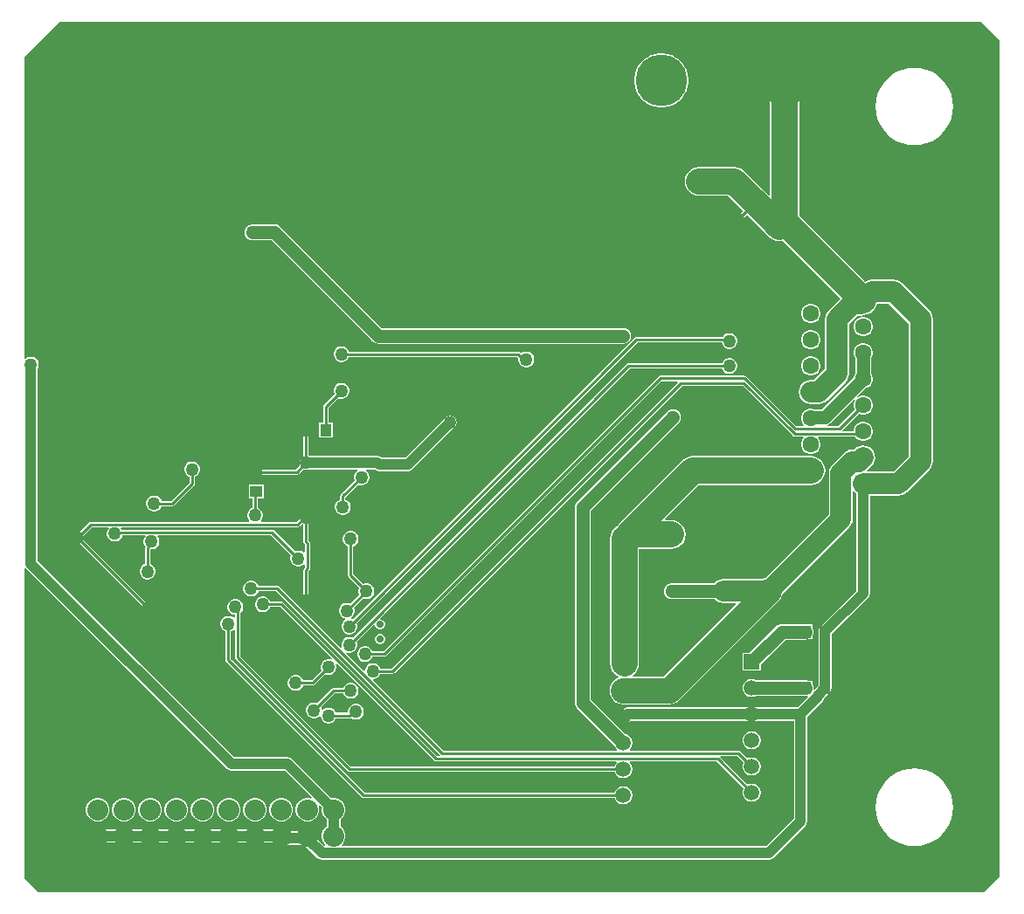
<source format=gbl>
G04*
G04 #@! TF.GenerationSoftware,Altium Limited,Altium Designer,21.8.1 (53)*
G04*
G04 Layer_Physical_Order=2*
G04 Layer_Color=16711680*
%FSLAX25Y25*%
%MOIN*%
G70*
G04*
G04 #@! TF.SameCoordinates,6B1BD33C-14DF-4FC0-A095-B567C4E17EB1*
G04*
G04*
G04 #@! TF.FilePolarity,Positive*
G04*
G01*
G75*
%ADD12C,0.01000*%
%ADD31R,0.04488X0.04724*%
%ADD32R,0.04724X0.04488*%
%ADD40C,0.05000*%
%ADD41C,0.10000*%
%ADD42C,0.04000*%
%ADD44C,0.09500*%
%ADD45C,0.19685*%
%ADD46C,0.06299*%
%ADD47R,0.06299X0.06299*%
%ADD48C,0.08000*%
%ADD49C,0.02756*%
%ADD50R,0.05906X0.05906*%
%ADD51C,0.05906*%
%ADD52C,0.05000*%
%ADD53C,0.08000*%
G36*
X522996Y493504D02*
Y173996D01*
X517020Y168020D01*
X156480D01*
X151020Y173480D01*
Y291812D01*
X151520Y291964D01*
X151698Y291698D01*
X228198Y215198D01*
X229025Y214645D01*
X230000Y214451D01*
X250444D01*
X260665Y204230D01*
X260406Y203782D01*
X259592Y204000D01*
X258408D01*
X257263Y203693D01*
X256237Y203101D01*
X255399Y202263D01*
X254807Y201237D01*
X254500Y200092D01*
Y198908D01*
X254807Y197763D01*
X255399Y196737D01*
X256237Y195899D01*
X257263Y195307D01*
X258408Y195000D01*
X259592D01*
X260737Y195307D01*
X261763Y195899D01*
X262601Y196737D01*
X263193Y197763D01*
X263500Y198908D01*
Y200092D01*
X263282Y200906D01*
X263730Y201165D01*
X264564Y200331D01*
X264500Y200092D01*
Y198908D01*
X264807Y197763D01*
X265399Y196737D01*
X266237Y195899D01*
X266451Y195775D01*
Y193225D01*
X266237Y193101D01*
X265399Y192263D01*
X264807Y191237D01*
X264500Y190092D01*
Y188908D01*
X264807Y187763D01*
X265399Y186737D01*
X265803Y186333D01*
X265633Y185796D01*
X265426Y185761D01*
X260650Y190537D01*
X259823Y191090D01*
X258848Y191284D01*
X250821D01*
X250802Y191302D01*
X249975Y191855D01*
X249000Y192049D01*
X179000D01*
X178024Y191855D01*
X177198Y191302D01*
X176645Y190475D01*
X176451Y189500D01*
X176645Y188524D01*
X177198Y187698D01*
X178024Y187145D01*
X179000Y186951D01*
X247944D01*
X247963Y186932D01*
X248790Y186380D01*
X249765Y186186D01*
X257792D01*
X262780Y181198D01*
X263607Y180645D01*
X264582Y180451D01*
X435000D01*
X435976Y180645D01*
X436802Y181198D01*
X448944Y193339D01*
X449497Y194166D01*
X449691Y195142D01*
Y234944D01*
X455547Y240800D01*
X456099Y241627D01*
X456166Y241963D01*
X458283Y244079D01*
X458835Y244906D01*
X459029Y245882D01*
Y245921D01*
X459049Y246020D01*
X459039Y246069D01*
Y266552D01*
X472802Y280316D01*
X473355Y281143D01*
X473549Y282118D01*
Y319461D01*
X484500D01*
X485675Y319616D01*
X486769Y320069D01*
X487709Y320791D01*
X496209Y329291D01*
X496209Y329291D01*
X496931Y330231D01*
X497384Y331325D01*
X497539Y332500D01*
X497539Y332500D01*
Y387000D01*
X497539Y387000D01*
X497384Y388175D01*
X496931Y389269D01*
X496209Y390210D01*
X496209Y390210D01*
X485852Y400567D01*
X484912Y401289D01*
X483817Y401742D01*
X482642Y401897D01*
X474358D01*
X473183Y401742D01*
X472088Y401289D01*
X471788Y401058D01*
X446548Y426298D01*
Y479503D01*
X446358Y480939D01*
X445804Y482277D01*
X444923Y483426D01*
X443774Y484308D01*
X442436Y484862D01*
X441000Y485051D01*
X439564Y484862D01*
X438226Y484308D01*
X437077Y483426D01*
X436196Y482277D01*
X435642Y480939D01*
X435453Y479503D01*
Y434273D01*
X434991Y434082D01*
X434536Y434536D01*
X425649Y443423D01*
X424501Y444304D01*
X423163Y444858D01*
X421727Y445048D01*
X408500D01*
X407064Y444858D01*
X405726Y444304D01*
X404577Y443423D01*
X403696Y442274D01*
X403142Y440936D01*
X402952Y439500D01*
X403142Y438064D01*
X403696Y436726D01*
X404577Y435577D01*
X405726Y434696D01*
X407064Y434142D01*
X408500Y433953D01*
X419429D01*
X425220Y428162D01*
X422779Y425721D01*
X422558Y425390D01*
X422480Y425000D01*
X422558Y424610D01*
X422779Y424279D01*
X423110Y424058D01*
X423500Y423980D01*
X423890Y424058D01*
X424221Y424279D01*
X426662Y426720D01*
X435191Y418191D01*
X436340Y417309D01*
X437678Y416755D01*
X439113Y416566D01*
X440417Y416738D01*
X462472Y394683D01*
X457791Y390001D01*
X457069Y389061D01*
X456616Y387966D01*
X456461Y386792D01*
Y367880D01*
X452120Y363539D01*
X451000D01*
X449825Y363384D01*
X448731Y362931D01*
X447791Y362209D01*
X447069Y361269D01*
X446616Y360175D01*
X446461Y359000D01*
X446616Y357825D01*
X447069Y356731D01*
X447791Y355791D01*
X448731Y355069D01*
X449825Y354616D01*
X451000Y354461D01*
X454000D01*
X455175Y354616D01*
X456269Y355069D01*
X457209Y355791D01*
X464209Y362790D01*
X464209Y362791D01*
X464931Y363731D01*
X465384Y364825D01*
X465539Y366000D01*
Y384912D01*
X468738Y388111D01*
X470001D01*
X471176Y388265D01*
X471920Y388574D01*
X472436Y388642D01*
X473774Y389196D01*
X474923Y390077D01*
X475804Y391226D01*
X476358Y392564D01*
X476392Y392819D01*
X480762D01*
X488461Y385120D01*
Y334380D01*
X482620Y328539D01*
X472551D01*
X472381Y329039D01*
X472709Y329291D01*
X474209Y330791D01*
X474931Y331731D01*
X475384Y332825D01*
X475539Y334000D01*
X475384Y335175D01*
X474931Y336269D01*
X474209Y337209D01*
X473269Y337931D01*
X472175Y338384D01*
X471000Y338539D01*
X469825Y338384D01*
X468731Y337931D01*
X467791Y337209D01*
X467620Y337039D01*
X466837D01*
X465662Y336884D01*
X464567Y336431D01*
X463627Y335709D01*
X459291Y331373D01*
X458569Y330433D01*
X458116Y329338D01*
X457961Y328163D01*
Y312380D01*
X433706Y288125D01*
X433630Y288115D01*
X432352Y287586D01*
X432291Y287539D01*
X417648D01*
X416473Y287384D01*
X415379Y286931D01*
X414439Y286209D01*
X414298Y286026D01*
X398000D01*
X397803Y286000D01*
X397605D01*
X397413Y285949D01*
X397217Y285923D01*
X397034Y285847D01*
X396842Y285796D01*
X396670Y285696D01*
X396487Y285620D01*
X396330Y285500D01*
X396158Y285401D01*
X396018Y285260D01*
X395860Y285140D01*
X395740Y284982D01*
X395599Y284842D01*
X395500Y284670D01*
X395379Y284513D01*
X395304Y284330D01*
X395204Y284158D01*
X395153Y283966D01*
X395077Y283783D01*
X395051Y283587D01*
X395000Y283395D01*
Y283197D01*
X394974Y283000D01*
X395000Y282803D01*
Y282605D01*
X395051Y282414D01*
X395077Y282217D01*
X395153Y282034D01*
X395204Y281842D01*
X395304Y281670D01*
X395379Y281487D01*
X395500Y281330D01*
X395599Y281158D01*
X395740Y281018D01*
X395860Y280860D01*
X396018Y280740D01*
X396158Y280599D01*
X396330Y280500D01*
X396487Y280380D01*
X396670Y280304D01*
X396842Y280204D01*
X397034Y280153D01*
X397217Y280077D01*
X397413Y280051D01*
X397605Y280000D01*
X397803D01*
X398000Y279974D01*
X414298D01*
X414439Y279791D01*
X415379Y279069D01*
X416473Y278616D01*
X417648Y278461D01*
X422319D01*
X422510Y277999D01*
X394807Y250295D01*
X383087D01*
X382918Y250795D01*
X383875Y251530D01*
X384757Y252679D01*
X385311Y254017D01*
X385500Y255453D01*
Y299049D01*
X397742D01*
X399178Y299238D01*
X400516Y299792D01*
X401665Y300674D01*
X402546Y301822D01*
X403101Y303160D01*
X403290Y304596D01*
X403101Y306032D01*
X402546Y307370D01*
X401665Y308519D01*
X400516Y309400D01*
X399178Y309955D01*
X397742Y310144D01*
X395642D01*
X395451Y310606D01*
X408298Y323452D01*
X451000D01*
X452436Y323642D01*
X453774Y324196D01*
X454923Y325077D01*
X455804Y326226D01*
X456358Y327564D01*
X456547Y329000D01*
X456358Y330436D01*
X455804Y331774D01*
X454923Y332923D01*
X453774Y333804D01*
X452436Y334358D01*
X451000Y334547D01*
X406000D01*
X404564Y334358D01*
X403226Y333804D01*
X402077Y332923D01*
X377674Y308519D01*
X376960Y307589D01*
X376030Y306875D01*
X375149Y305727D01*
X374594Y304388D01*
X374405Y302953D01*
Y255453D01*
X374594Y254017D01*
X375149Y252679D01*
X376030Y251530D01*
X377179Y250648D01*
X377645Y250455D01*
Y249914D01*
X376852Y249586D01*
X375756Y248744D01*
X374914Y247648D01*
X374385Y246371D01*
X374205Y245000D01*
X374385Y243630D01*
X374914Y242352D01*
X375756Y241256D01*
X376852Y240414D01*
X378130Y239885D01*
X379500Y239705D01*
X397000D01*
X398371Y239885D01*
X399648Y240414D01*
X400744Y241256D01*
X438744Y279256D01*
X439586Y280352D01*
X440115Y281629D01*
X440125Y281706D01*
X465709Y307291D01*
X466431Y308231D01*
X466884Y309325D01*
X467039Y310500D01*
Y320949D01*
X467539Y321119D01*
X467791Y320791D01*
X468451Y320284D01*
Y283174D01*
X454698Y269421D01*
X454145Y268594D01*
X453951Y267618D01*
Y267540D01*
X453941Y267490D01*
Y246948D01*
X452460Y245466D01*
X451986Y245700D01*
X452026Y246000D01*
X451923Y246783D01*
X451744Y247215D01*
Y248862D01*
X449929D01*
X449783Y248923D01*
X449000Y249026D01*
X430164D01*
X429833Y249218D01*
X428955Y249453D01*
X428045D01*
X427167Y249218D01*
X426380Y248763D01*
X425737Y248120D01*
X425282Y247333D01*
X425047Y246455D01*
Y245545D01*
X425282Y244667D01*
X425737Y243880D01*
X426380Y243237D01*
X427167Y242782D01*
X428045Y242547D01*
X428955D01*
X429833Y242782D01*
X430164Y242974D01*
X449000D01*
X449783Y243077D01*
X449851Y243021D01*
X449887Y242350D01*
X446086Y238549D01*
X381016D01*
X380040Y238355D01*
X379213Y237802D01*
X378213Y236802D01*
X377661Y235976D01*
X377467Y235000D01*
X377661Y234025D01*
X378213Y233198D01*
X379040Y232645D01*
X380016Y232451D01*
X380991Y232645D01*
X381818Y233198D01*
X382071Y233451D01*
X444593D01*
Y196198D01*
X433944Y185549D01*
X272120D01*
X271913Y186049D01*
X272601Y186737D01*
X273193Y187763D01*
X273500Y188908D01*
Y190092D01*
X273193Y191237D01*
X272601Y192263D01*
X271763Y193101D01*
X271549Y193225D01*
Y195775D01*
X271763Y195899D01*
X272601Y196737D01*
X273193Y197763D01*
X273500Y198908D01*
Y200092D01*
X273193Y201237D01*
X272601Y202263D01*
X271763Y203101D01*
X270737Y203693D01*
X269592Y204000D01*
X268408D01*
X268169Y203936D01*
X253302Y218802D01*
X252476Y219355D01*
X251500Y219549D01*
X231056D01*
X156049Y294556D01*
Y367915D01*
X156296Y368342D01*
X156500Y369105D01*
Y369895D01*
X156296Y370658D01*
X155901Y371342D01*
X155342Y371901D01*
X154658Y372296D01*
X153895Y372500D01*
X153105D01*
X152342Y372296D01*
X151658Y371901D01*
X151520Y371762D01*
X151020Y371969D01*
Y487020D01*
X164496Y500496D01*
X516004D01*
X522996Y493504D01*
D02*
G37*
%LPC*%
G36*
X394814Y488343D02*
X393186D01*
X391578Y488088D01*
X390030Y487585D01*
X388579Y486846D01*
X387262Y485889D01*
X386111Y484738D01*
X385154Y483421D01*
X384415Y481970D01*
X383912Y480422D01*
X383658Y478814D01*
Y477186D01*
X383912Y475578D01*
X384415Y474030D01*
X385154Y472579D01*
X386111Y471262D01*
X387262Y470111D01*
X388579Y469154D01*
X390030Y468415D01*
X391578Y467912D01*
X393186Y467658D01*
X394814D01*
X396422Y467912D01*
X397970Y468415D01*
X399421Y469154D01*
X400738Y470111D01*
X401889Y471262D01*
X402846Y472579D01*
X403585Y474030D01*
X404088Y475578D01*
X404343Y477186D01*
Y478814D01*
X404088Y480422D01*
X403585Y481970D01*
X402846Y483421D01*
X401889Y484738D01*
X400738Y485889D01*
X399421Y486846D01*
X397970Y487585D01*
X396422Y488088D01*
X394814Y488343D01*
D02*
G37*
G36*
X490535Y482861D02*
X488216Y482678D01*
X485954Y482135D01*
X483805Y481245D01*
X481821Y480029D01*
X480053Y478518D01*
X478542Y476750D01*
X477326Y474766D01*
X476436Y472617D01*
X475893Y470355D01*
X475710Y468036D01*
X475893Y465716D01*
X476436Y463454D01*
X477326Y461305D01*
X478542Y459321D01*
X480053Y457552D01*
X481821Y456042D01*
X483805Y454826D01*
X485954Y453936D01*
X488216Y453393D01*
X490535Y453210D01*
X492855Y453393D01*
X495117Y453936D01*
X497266Y454826D01*
X499250Y456042D01*
X501018Y457552D01*
X502529Y459321D01*
X503745Y461305D01*
X504635Y463454D01*
X505178Y465716D01*
X505361Y468036D01*
X505178Y470355D01*
X504635Y472617D01*
X503745Y474766D01*
X502529Y476750D01*
X501018Y478518D01*
X499250Y480029D01*
X497266Y481245D01*
X495117Y482135D01*
X492855Y482678D01*
X490535Y482861D01*
D02*
G37*
G36*
X451480Y392650D02*
X450520D01*
X449591Y392401D01*
X448759Y391920D01*
X448080Y391241D01*
X447599Y390409D01*
X447350Y389480D01*
Y388520D01*
X447599Y387591D01*
X448080Y386759D01*
X448759Y386080D01*
X449591Y385599D01*
X450520Y385350D01*
X451480D01*
X452409Y385599D01*
X453241Y386080D01*
X453920Y386759D01*
X454401Y387591D01*
X454650Y388520D01*
Y389480D01*
X454401Y390409D01*
X453920Y391241D01*
X453241Y391920D01*
X452409Y392401D01*
X451480Y392650D01*
D02*
G37*
G36*
X471481Y387650D02*
X470519D01*
X469591Y387401D01*
X468759Y386920D01*
X468080Y386241D01*
X467599Y385409D01*
X467350Y384481D01*
Y383520D01*
X467599Y382591D01*
X468080Y381759D01*
X468759Y381080D01*
X469591Y380599D01*
X470519Y380350D01*
X471481D01*
X472409Y380599D01*
X473241Y381080D01*
X473920Y381759D01*
X474401Y382591D01*
X474650Y383520D01*
Y384481D01*
X474401Y385409D01*
X473920Y386241D01*
X473241Y386920D01*
X472409Y387401D01*
X471481Y387650D01*
D02*
G37*
G36*
X246500Y423026D02*
X238000D01*
X237803Y423000D01*
X237605D01*
X237414Y422949D01*
X237217Y422923D01*
X237034Y422847D01*
X236842Y422796D01*
X236670Y422696D01*
X236487Y422620D01*
X236330Y422500D01*
X236158Y422401D01*
X236018Y422260D01*
X235860Y422140D01*
X235740Y421982D01*
X235599Y421842D01*
X235500Y421670D01*
X235380Y421513D01*
X235304Y421330D01*
X235204Y421158D01*
X235153Y420966D01*
X235077Y420783D01*
X235051Y420586D01*
X235000Y420395D01*
Y420197D01*
X234974Y420000D01*
X235000Y419803D01*
Y419605D01*
X235051Y419414D01*
X235077Y419217D01*
X235153Y419034D01*
X235204Y418842D01*
X235304Y418670D01*
X235380Y418487D01*
X235500Y418330D01*
X235599Y418158D01*
X235740Y418018D01*
X235860Y417860D01*
X236018Y417740D01*
X236158Y417599D01*
X236330Y417500D01*
X236487Y417380D01*
X236670Y417304D01*
X236842Y417204D01*
X237034Y417153D01*
X237217Y417077D01*
X237414Y417051D01*
X237605Y417000D01*
X237803D01*
X238000Y416974D01*
X245247D01*
X283860Y378360D01*
X283860Y378360D01*
X284487Y377880D01*
X285217Y377577D01*
X286000Y377474D01*
X286000Y377474D01*
X379500D01*
X379697Y377500D01*
X379895D01*
X380086Y377551D01*
X380283Y377577D01*
X380466Y377653D01*
X380658Y377704D01*
X380830Y377804D01*
X381013Y377880D01*
X381170Y378000D01*
X381342Y378099D01*
X381482Y378240D01*
X381640Y378360D01*
X381760Y378518D01*
X381901Y378658D01*
X382000Y378830D01*
X382120Y378987D01*
X382196Y379170D01*
X382296Y379342D01*
X382347Y379534D01*
X382423Y379717D01*
X382449Y379913D01*
X382500Y380105D01*
Y380303D01*
X382526Y380500D01*
X382500Y380697D01*
Y380895D01*
X382449Y381086D01*
X382423Y381283D01*
X382347Y381466D01*
X382296Y381658D01*
X382196Y381830D01*
X382120Y382013D01*
X382000Y382170D01*
X381901Y382342D01*
X381760Y382482D01*
X381640Y382640D01*
X381482Y382760D01*
X381342Y382901D01*
X381170Y383000D01*
X381013Y383120D01*
X380830Y383196D01*
X380658Y383296D01*
X380466Y383347D01*
X380283Y383423D01*
X380086Y383449D01*
X379895Y383500D01*
X379697D01*
X379500Y383526D01*
X287253D01*
X248640Y422140D01*
X248013Y422620D01*
X247283Y422923D01*
X246500Y423026D01*
D02*
G37*
G36*
X420395Y381500D02*
X419605D01*
X418842Y381296D01*
X418158Y380901D01*
X417599Y380342D01*
X417413Y380020D01*
X384500D01*
X384110Y379942D01*
X383779Y379721D01*
X276282Y272224D01*
X276158Y272296D01*
X275674Y272425D01*
X275604Y272962D01*
X275842Y273099D01*
X276401Y273658D01*
X276796Y274342D01*
X277000Y275105D01*
Y275895D01*
X276796Y276658D01*
X276724Y276782D01*
X280218Y280276D01*
X280342Y280204D01*
X281105Y280000D01*
X281895D01*
X282658Y280204D01*
X283342Y280599D01*
X283901Y281158D01*
X284296Y281842D01*
X284500Y282605D01*
Y283395D01*
X284296Y284158D01*
X283901Y284842D01*
X283342Y285401D01*
X282658Y285796D01*
X281895Y286000D01*
X281105D01*
X280342Y285796D01*
X280218Y285724D01*
X276520Y289422D01*
Y300167D01*
X276658Y300204D01*
X277342Y300599D01*
X277901Y301158D01*
X278296Y301842D01*
X278500Y302605D01*
Y303395D01*
X278296Y304158D01*
X277901Y304842D01*
X277342Y305401D01*
X276658Y305796D01*
X275895Y306000D01*
X275105D01*
X274342Y305796D01*
X273658Y305401D01*
X273099Y304842D01*
X272704Y304158D01*
X272500Y303395D01*
Y302605D01*
X272704Y301842D01*
X273099Y301158D01*
X273658Y300599D01*
X274342Y300204D01*
X274480Y300167D01*
Y289000D01*
X274558Y288610D01*
X274779Y288279D01*
X278776Y284282D01*
X278704Y284158D01*
X278500Y283395D01*
Y282605D01*
X278704Y281842D01*
X278776Y281718D01*
X275282Y278224D01*
X275158Y278296D01*
X274395Y278500D01*
X273605D01*
X272842Y278296D01*
X272158Y277901D01*
X271599Y277342D01*
X271204Y276658D01*
X271000Y275895D01*
Y275105D01*
X271204Y274342D01*
X271599Y273658D01*
X272158Y273099D01*
X272842Y272704D01*
X273326Y272575D01*
X273396Y272038D01*
X273158Y271901D01*
X272599Y271342D01*
X272204Y270658D01*
X272000Y269895D01*
Y269105D01*
X272204Y268342D01*
X272599Y267658D01*
X273158Y267099D01*
X273842Y266704D01*
X274605Y266500D01*
X275395D01*
X276158Y266704D01*
X276842Y267099D01*
X277401Y267658D01*
X277796Y268342D01*
X278000Y269105D01*
Y269895D01*
X277796Y270658D01*
X277724Y270782D01*
X384922Y377980D01*
X417033D01*
X417204Y377342D01*
X417599Y376658D01*
X418158Y376099D01*
X418842Y375704D01*
X419605Y375500D01*
X420395D01*
X421158Y375704D01*
X421842Y376099D01*
X422401Y376658D01*
X422796Y377342D01*
X423000Y378105D01*
Y378895D01*
X422796Y379658D01*
X422401Y380342D01*
X421842Y380901D01*
X421158Y381296D01*
X420395Y381500D01*
D02*
G37*
G36*
X451480Y382650D02*
X450520D01*
X449591Y382401D01*
X448759Y381920D01*
X448080Y381241D01*
X447599Y380409D01*
X447350Y379481D01*
Y378520D01*
X447599Y377591D01*
X448080Y376759D01*
X448759Y376080D01*
X449591Y375599D01*
X450520Y375350D01*
X451480D01*
X452409Y375599D01*
X453241Y376080D01*
X453920Y376759D01*
X454401Y377591D01*
X454650Y378520D01*
Y379481D01*
X454401Y380409D01*
X453920Y381241D01*
X453241Y381920D01*
X452409Y382401D01*
X451480Y382650D01*
D02*
G37*
G36*
X272395Y376500D02*
X271605D01*
X270842Y376296D01*
X270158Y375901D01*
X269599Y375342D01*
X269204Y374658D01*
X269000Y373895D01*
Y373105D01*
X269204Y372342D01*
X269599Y371658D01*
X270158Y371099D01*
X270842Y370704D01*
X271605Y370500D01*
X272395D01*
X273158Y370704D01*
X273842Y371099D01*
X274401Y371658D01*
X274796Y372342D01*
X274833Y372480D01*
X338995D01*
X339517Y371959D01*
X339500Y371895D01*
Y371105D01*
X339704Y370342D01*
X340099Y369658D01*
X340658Y369099D01*
X341342Y368704D01*
X342105Y368500D01*
X342895D01*
X343658Y368704D01*
X344342Y369099D01*
X344901Y369658D01*
X345296Y370342D01*
X345500Y371105D01*
Y371895D01*
X345296Y372658D01*
X344901Y373342D01*
X344342Y373901D01*
X343658Y374296D01*
X342895Y374500D01*
X342105D01*
X341342Y374296D01*
X340658Y373901D01*
X340558Y373801D01*
X340139Y374221D01*
X339808Y374442D01*
X339418Y374520D01*
X274833D01*
X274796Y374658D01*
X274401Y375342D01*
X273842Y375901D01*
X273158Y376296D01*
X272395Y376500D01*
D02*
G37*
G36*
X471481Y377650D02*
X470519D01*
X469591Y377401D01*
X468759Y376920D01*
X468080Y376241D01*
X467599Y375409D01*
X467350Y374481D01*
Y373519D01*
X467599Y372591D01*
X467974Y371942D01*
Y366058D01*
X467599Y365409D01*
X467405Y364684D01*
X454995Y352274D01*
X452628D01*
X452409Y352401D01*
X451480Y352650D01*
X450520D01*
X449591Y352401D01*
X448759Y351920D01*
X448080Y351241D01*
X447599Y350409D01*
X447350Y349481D01*
Y348519D01*
X447599Y347591D01*
X448080Y346759D01*
X448319Y346520D01*
X448112Y346020D01*
X445422D01*
X426514Y364928D01*
X426183Y365149D01*
X425793Y365227D01*
X393586D01*
X393196Y365149D01*
X392865Y364928D01*
X287956Y260020D01*
X283833D01*
X283796Y260158D01*
X283401Y260842D01*
X282842Y261401D01*
X282158Y261796D01*
X281395Y262000D01*
X280605D01*
X279842Y261796D01*
X279158Y261401D01*
X278599Y260842D01*
X278204Y260158D01*
X278000Y259395D01*
Y258605D01*
X278204Y257842D01*
X278599Y257158D01*
X279158Y256599D01*
X279842Y256204D01*
X280605Y256000D01*
X281395D01*
X282158Y256204D01*
X282842Y256599D01*
X283401Y257158D01*
X283796Y257842D01*
X283833Y257980D01*
X288379D01*
X288769Y258058D01*
X289100Y258279D01*
X394008Y363188D01*
X400092D01*
X400284Y362726D01*
X291078Y253520D01*
X286833D01*
X286796Y253658D01*
X286401Y254342D01*
X285842Y254901D01*
X285158Y255296D01*
X284395Y255500D01*
X283605D01*
X282842Y255296D01*
X282158Y254901D01*
X281599Y254342D01*
X281204Y253658D01*
X281000Y252895D01*
Y252649D01*
X280500Y252442D01*
X273723Y259219D01*
X273982Y259667D01*
X274605Y259500D01*
X275395D01*
X276158Y259704D01*
X276842Y260099D01*
X277401Y260658D01*
X277796Y261342D01*
X278000Y262105D01*
Y262895D01*
X277796Y263658D01*
X277724Y263782D01*
X284315Y270373D01*
X284815Y270166D01*
Y269882D01*
X285101Y269192D01*
X285629Y268664D01*
X286319Y268378D01*
X287067D01*
X287757Y268664D01*
X288285Y269192D01*
X288571Y269882D01*
Y270630D01*
X288285Y271320D01*
X287757Y271848D01*
X287067Y272134D01*
X286783D01*
X286576Y272634D01*
X381922Y367980D01*
X417167D01*
X417204Y367842D01*
X417599Y367158D01*
X418158Y366599D01*
X418842Y366204D01*
X419605Y366000D01*
X420395D01*
X421158Y366204D01*
X421842Y366599D01*
X422401Y367158D01*
X422796Y367842D01*
X423000Y368605D01*
Y369395D01*
X422796Y370158D01*
X422401Y370842D01*
X421842Y371401D01*
X421158Y371796D01*
X420395Y372000D01*
X419605D01*
X418842Y371796D01*
X418158Y371401D01*
X417599Y370842D01*
X417204Y370158D01*
X417167Y370020D01*
X381500D01*
X381110Y369942D01*
X380779Y369721D01*
X276282Y265224D01*
X276158Y265296D01*
X275395Y265500D01*
X274605D01*
X273842Y265296D01*
X273158Y264901D01*
X272599Y264342D01*
X272204Y263658D01*
X272000Y262895D01*
Y262105D01*
X272167Y261482D01*
X271719Y261223D01*
X248221Y284721D01*
X247890Y284942D01*
X247500Y285020D01*
X240333D01*
X240296Y285158D01*
X239901Y285842D01*
X239342Y286401D01*
X238658Y286796D01*
X237895Y287000D01*
X237105D01*
X236342Y286796D01*
X235658Y286401D01*
X235099Y285842D01*
X234704Y285158D01*
X234500Y284395D01*
Y283605D01*
X234704Y282842D01*
X235099Y282158D01*
X235658Y281599D01*
X236342Y281204D01*
X237105Y281000D01*
X237895D01*
X238658Y281204D01*
X239342Y281599D01*
X239901Y282158D01*
X240296Y282842D01*
X240333Y282980D01*
X247078D01*
X309586Y220472D01*
X309379Y219972D01*
X308470D01*
X249721Y278721D01*
X249390Y278942D01*
X249000Y279020D01*
X244833D01*
X244796Y279158D01*
X244401Y279842D01*
X243842Y280401D01*
X243158Y280796D01*
X242395Y281000D01*
X241605D01*
X240842Y280796D01*
X240158Y280401D01*
X239599Y279842D01*
X239204Y279158D01*
X239000Y278395D01*
Y277605D01*
X239204Y276842D01*
X239599Y276158D01*
X240158Y275599D01*
X240842Y275204D01*
X241605Y275000D01*
X242395D01*
X243158Y275204D01*
X243842Y275599D01*
X244401Y276158D01*
X244796Y276842D01*
X244833Y276980D01*
X248578D01*
X268277Y257281D01*
X268018Y256833D01*
X267395Y257000D01*
X266605D01*
X265842Y256796D01*
X265158Y256401D01*
X264599Y255842D01*
X264204Y255158D01*
X264000Y254395D01*
Y253605D01*
X264204Y252842D01*
X264276Y252718D01*
X260578Y249020D01*
X257333D01*
X257296Y249158D01*
X256901Y249842D01*
X256342Y250401D01*
X255658Y250796D01*
X254895Y251000D01*
X254105D01*
X253342Y250796D01*
X252658Y250401D01*
X252099Y249842D01*
X251704Y249158D01*
X251500Y248395D01*
Y247605D01*
X251704Y246842D01*
X252099Y246158D01*
X252658Y245599D01*
X253342Y245204D01*
X254105Y245000D01*
X254895D01*
X255658Y245204D01*
X256342Y245599D01*
X256901Y246158D01*
X257296Y246842D01*
X257333Y246980D01*
X261000D01*
X261390Y247058D01*
X261721Y247279D01*
X265718Y251276D01*
X265842Y251204D01*
X266605Y251000D01*
X267395D01*
X268158Y251204D01*
X268842Y251599D01*
X269401Y252158D01*
X269796Y252842D01*
X270000Y253605D01*
Y254395D01*
X269833Y255018D01*
X270281Y255277D01*
X307326Y218232D01*
X307657Y218011D01*
X308047Y217933D01*
X376843D01*
X377050Y217433D01*
X376737Y217120D01*
X376283Y216333D01*
X376199Y216020D01*
X275422D01*
X233285Y258157D01*
Y274566D01*
X233342Y274599D01*
X233901Y275158D01*
X234296Y275842D01*
X234500Y276605D01*
Y277395D01*
X234296Y278158D01*
X233901Y278842D01*
X233342Y279401D01*
X232658Y279796D01*
X231895Y280000D01*
X231105D01*
X230342Y279796D01*
X229658Y279401D01*
X229099Y278842D01*
X228704Y278158D01*
X228500Y277395D01*
Y276605D01*
X228704Y275842D01*
X229099Y275158D01*
X229658Y274599D01*
X230342Y274204D01*
X231105Y274000D01*
X231246D01*
Y272969D01*
X230746Y272762D01*
X230607Y272901D01*
X229923Y273296D01*
X229160Y273500D01*
X228370D01*
X227607Y273296D01*
X226923Y272901D01*
X226365Y272342D01*
X225970Y271658D01*
X225765Y270895D01*
Y270105D01*
X225970Y269342D01*
X226365Y268658D01*
X226923Y268099D01*
X227607Y267704D01*
X227746Y267667D01*
Y256735D01*
X227823Y256345D01*
X228044Y256014D01*
X279779Y204279D01*
X280110Y204058D01*
X280500Y203980D01*
X376199D01*
X376283Y203667D01*
X376737Y202880D01*
X377380Y202237D01*
X378167Y201782D01*
X379045Y201547D01*
X379955D01*
X380833Y201782D01*
X381620Y202237D01*
X382263Y202880D01*
X382717Y203667D01*
X382953Y204545D01*
Y205455D01*
X382717Y206333D01*
X382263Y207120D01*
X381620Y207763D01*
X380833Y208218D01*
X379955Y208453D01*
X379045D01*
X378167Y208218D01*
X377380Y207763D01*
X376737Y207120D01*
X376283Y206333D01*
X376199Y206020D01*
X280922D01*
X229785Y257157D01*
Y267667D01*
X229923Y267704D01*
X230607Y268099D01*
X230746Y268238D01*
X231246Y268031D01*
Y257735D01*
X231323Y257345D01*
X231544Y257014D01*
X274279Y214279D01*
X274610Y214058D01*
X275000Y213980D01*
X376199D01*
X376283Y213667D01*
X376737Y212880D01*
X377380Y212237D01*
X378167Y211783D01*
X379045Y211547D01*
X379955D01*
X380833Y211783D01*
X381620Y212237D01*
X382263Y212880D01*
X382717Y213667D01*
X382953Y214545D01*
Y215455D01*
X382717Y216333D01*
X382263Y217120D01*
X381950Y217433D01*
X382157Y217933D01*
X415125D01*
X425445Y207613D01*
X425282Y207333D01*
X425047Y206455D01*
Y205545D01*
X425282Y204667D01*
X425737Y203880D01*
X426380Y203237D01*
X427167Y202783D01*
X428045Y202547D01*
X428955D01*
X429833Y202783D01*
X430620Y203237D01*
X431263Y203880D01*
X431717Y204667D01*
X431953Y205545D01*
Y206455D01*
X431717Y207333D01*
X431263Y208120D01*
X430620Y208763D01*
X429833Y209218D01*
X428955Y209453D01*
X428045D01*
X427167Y209218D01*
X426887Y209055D01*
X416462Y219480D01*
X416669Y219980D01*
X423078D01*
X425445Y217614D01*
X425282Y217333D01*
X425047Y216455D01*
Y215545D01*
X425282Y214667D01*
X425737Y213880D01*
X426380Y213237D01*
X427167Y212783D01*
X428045Y212547D01*
X428955D01*
X429833Y212783D01*
X430620Y213237D01*
X431263Y213880D01*
X431717Y214667D01*
X431953Y215545D01*
Y216455D01*
X431717Y217333D01*
X431263Y218120D01*
X430620Y218763D01*
X429833Y219217D01*
X428955Y219453D01*
X428045D01*
X427167Y219217D01*
X426887Y219055D01*
X424221Y221721D01*
X423890Y221942D01*
X423500Y222020D01*
X382110D01*
X381903Y222520D01*
X382263Y222880D01*
X382717Y223667D01*
X382953Y224545D01*
Y225455D01*
X382717Y226333D01*
X382263Y227120D01*
X381620Y227763D01*
X380833Y228218D01*
X380463Y228317D01*
X367026Y241753D01*
Y313747D01*
X400640Y347360D01*
X400760Y347518D01*
X400901Y347658D01*
X401000Y347830D01*
X401121Y347987D01*
X401196Y348170D01*
X401296Y348342D01*
X401347Y348534D01*
X401423Y348717D01*
X401449Y348914D01*
X401500Y349105D01*
Y349303D01*
X401526Y349500D01*
X401500Y349697D01*
Y349895D01*
X401449Y350086D01*
X401423Y350283D01*
X401347Y350466D01*
X401296Y350658D01*
X401196Y350830D01*
X401121Y351013D01*
X401000Y351170D01*
X400901Y351342D01*
X400760Y351482D01*
X400640Y351640D01*
X400482Y351760D01*
X400342Y351901D01*
X400170Y352000D01*
X400013Y352120D01*
X399830Y352196D01*
X399658Y352296D01*
X399466Y352347D01*
X399283Y352423D01*
X399086Y352449D01*
X398895Y352500D01*
X398697D01*
X398500Y352526D01*
X398303Y352500D01*
X398105D01*
X397914Y352449D01*
X397717Y352423D01*
X397534Y352347D01*
X397342Y352296D01*
X397170Y352196D01*
X396987Y352120D01*
X396830Y352000D01*
X396658Y351901D01*
X396518Y351760D01*
X396360Y351640D01*
X361860Y317140D01*
X361380Y316513D01*
X361077Y315783D01*
X360974Y315000D01*
Y240500D01*
X361077Y239717D01*
X361380Y238987D01*
X361860Y238360D01*
X376183Y224037D01*
X376283Y223667D01*
X376737Y222880D01*
X377098Y222520D01*
X376890Y222020D01*
X310922D01*
X283942Y249000D01*
X284149Y249500D01*
X284395D01*
X285158Y249704D01*
X285842Y250099D01*
X286401Y250658D01*
X286796Y251342D01*
X286833Y251480D01*
X291500D01*
X291890Y251558D01*
X292221Y251779D01*
X401922Y361480D01*
X424956D01*
X443865Y342572D01*
X444158Y342279D01*
X444158Y342279D01*
X444488Y342058D01*
X444879Y341980D01*
X448112D01*
X448319Y341480D01*
X448080Y341241D01*
X447599Y340409D01*
X447350Y339480D01*
Y338520D01*
X447599Y337591D01*
X448080Y336759D01*
X448759Y336080D01*
X449591Y335599D01*
X450520Y335350D01*
X451480D01*
X452409Y335599D01*
X453241Y336080D01*
X453920Y336759D01*
X454401Y337591D01*
X454650Y338520D01*
Y339480D01*
X454401Y340409D01*
X453920Y341241D01*
X453681Y341480D01*
X453888Y341980D01*
X467952D01*
X468080Y341759D01*
X468759Y341080D01*
X469591Y340599D01*
X470519Y340350D01*
X471481D01*
X472409Y340599D01*
X473241Y341080D01*
X473920Y341759D01*
X474401Y342591D01*
X474650Y343519D01*
Y344480D01*
X474401Y345409D01*
X473920Y346241D01*
X473241Y346920D01*
X472409Y347401D01*
X471481Y347650D01*
X470519D01*
X469591Y347401D01*
X468759Y346920D01*
X468080Y346241D01*
X467599Y345409D01*
X467350Y344480D01*
Y344020D01*
X463169D01*
X462961Y344520D01*
X469242Y350800D01*
X469591Y350599D01*
X470519Y350350D01*
X471481D01*
X472409Y350599D01*
X473241Y351080D01*
X473920Y351759D01*
X474401Y352591D01*
X474650Y353520D01*
Y354481D01*
X474401Y355409D01*
X473920Y356241D01*
X473241Y356920D01*
X472409Y357401D01*
X471481Y357650D01*
X470519D01*
X469591Y357401D01*
X469108Y357122D01*
X468801Y357522D01*
X471684Y360405D01*
X472409Y360599D01*
X473241Y361080D01*
X473920Y361759D01*
X474401Y362591D01*
X474650Y363520D01*
Y364480D01*
X474401Y365409D01*
X474026Y366058D01*
Y371942D01*
X474401Y372591D01*
X474650Y373519D01*
Y374481D01*
X474401Y375409D01*
X473920Y376241D01*
X473241Y376920D01*
X472409Y377401D01*
X471481Y377650D01*
D02*
G37*
G36*
X451480Y372650D02*
X450520D01*
X449591Y372401D01*
X448759Y371920D01*
X448080Y371241D01*
X447599Y370409D01*
X447350Y369480D01*
Y368519D01*
X447599Y367591D01*
X448080Y366759D01*
X448759Y366080D01*
X449591Y365599D01*
X450520Y365350D01*
X451480D01*
X452409Y365599D01*
X453241Y366080D01*
X453920Y366759D01*
X454401Y367591D01*
X454650Y368519D01*
Y369480D01*
X454401Y370409D01*
X453920Y371241D01*
X453241Y371920D01*
X452409Y372401D01*
X451480Y372650D01*
D02*
G37*
G36*
X272395Y362500D02*
X271605D01*
X270842Y362296D01*
X270158Y361901D01*
X269599Y361342D01*
X269204Y360658D01*
X269000Y359895D01*
Y359105D01*
X269204Y358342D01*
X269276Y358218D01*
X265279Y354221D01*
X265058Y353890D01*
X264980Y353500D01*
Y347362D01*
X263256D01*
Y341638D01*
X268744D01*
Y347362D01*
X267020D01*
Y353078D01*
X270718Y356776D01*
X270842Y356704D01*
X271605Y356500D01*
X272395D01*
X273158Y356704D01*
X273842Y357099D01*
X274401Y357658D01*
X274796Y358342D01*
X275000Y359105D01*
Y359895D01*
X274796Y360658D01*
X274401Y361342D01*
X273842Y361901D01*
X273158Y362296D01*
X272395Y362500D01*
D02*
G37*
G36*
X313500Y350049D02*
X312525Y349855D01*
X311698Y349302D01*
X296335Y333939D01*
X287431D01*
X286808Y334355D01*
X285833Y334549D01*
X259520D01*
Y344401D01*
X259539Y344500D01*
X259462Y344890D01*
X259241Y345221D01*
X258910Y345442D01*
X258520Y345520D01*
X258130Y345442D01*
X257799Y345221D01*
X257779Y345201D01*
X257558Y344870D01*
X257480Y344480D01*
Y334326D01*
X256698Y333802D01*
X256145Y332976D01*
X255951Y332000D01*
X256135Y331077D01*
X254578Y329520D01*
X239500D01*
X239110Y329442D01*
X238779Y329221D01*
X238558Y328890D01*
X238480Y328500D01*
X238558Y328110D01*
X238779Y327779D01*
X239110Y327558D01*
X239500Y327480D01*
X255000D01*
X255390Y327558D01*
X255721Y327779D01*
X257577Y329635D01*
X258500Y329451D01*
X277967D01*
X278101Y328951D01*
X277824Y328791D01*
X277265Y328232D01*
X276870Y327548D01*
X276666Y326785D01*
Y325995D01*
X276870Y325232D01*
X276942Y325108D01*
X271779Y319945D01*
X271558Y319615D01*
X271480Y319224D01*
Y317898D01*
X271342Y317861D01*
X270658Y317466D01*
X270099Y316907D01*
X269704Y316223D01*
X269500Y315460D01*
Y314670D01*
X269704Y313907D01*
X270099Y313223D01*
X270658Y312665D01*
X271342Y312270D01*
X272105Y312065D01*
X272895D01*
X273658Y312270D01*
X274342Y312665D01*
X274901Y313223D01*
X275296Y313907D01*
X275500Y314670D01*
Y315460D01*
X275296Y316223D01*
X274901Y316907D01*
X274342Y317466D01*
X273658Y317861D01*
X273520Y317898D01*
Y318802D01*
X278384Y323666D01*
X278508Y323595D01*
X279271Y323390D01*
X280061D01*
X280824Y323595D01*
X281508Y323990D01*
X282067Y324548D01*
X282462Y325232D01*
X282666Y325995D01*
Y326785D01*
X282462Y327548D01*
X282067Y328232D01*
X281508Y328791D01*
X281231Y328951D01*
X281365Y329451D01*
X284845D01*
X285467Y329035D01*
X286443Y328841D01*
X297390D01*
X298366Y329035D01*
X299193Y329588D01*
X315302Y345698D01*
X315855Y346525D01*
X316049Y347500D01*
X315855Y348476D01*
X315302Y349302D01*
X314475Y349855D01*
X313500Y350049D01*
D02*
G37*
G36*
X215395Y332500D02*
X214605D01*
X213842Y332296D01*
X213158Y331901D01*
X212599Y331342D01*
X212204Y330658D01*
X212000Y329895D01*
Y329105D01*
X212204Y328342D01*
X212599Y327658D01*
X213158Y327099D01*
X213842Y326704D01*
X213980Y326667D01*
Y324422D01*
X207078Y317520D01*
X203333D01*
X203296Y317658D01*
X202901Y318342D01*
X202342Y318901D01*
X201658Y319296D01*
X200895Y319500D01*
X200105D01*
X199342Y319296D01*
X198658Y318901D01*
X198099Y318342D01*
X197704Y317658D01*
X197500Y316895D01*
Y316105D01*
X197704Y315342D01*
X198099Y314658D01*
X198658Y314099D01*
X199342Y313704D01*
X200105Y313500D01*
X200895D01*
X201658Y313704D01*
X202342Y314099D01*
X202901Y314658D01*
X203296Y315342D01*
X203333Y315480D01*
X207500D01*
X207890Y315558D01*
X208221Y315779D01*
X215721Y323279D01*
X215942Y323610D01*
X216020Y324000D01*
Y326667D01*
X216158Y326704D01*
X216842Y327099D01*
X217401Y327658D01*
X217796Y328342D01*
X218000Y329105D01*
Y329895D01*
X217796Y330658D01*
X217401Y331342D01*
X216842Y331901D01*
X216158Y332296D01*
X215395Y332500D01*
D02*
G37*
G36*
X242362Y323764D02*
X236638D01*
Y318276D01*
X237980D01*
Y314833D01*
X237842Y314796D01*
X237158Y314401D01*
X236599Y313842D01*
X236204Y313158D01*
X236000Y312395D01*
Y311605D01*
X236204Y310842D01*
X236599Y310158D01*
X236738Y310020D01*
X236531Y309520D01*
X176500D01*
X176110Y309442D01*
X175779Y309221D01*
X170779Y304221D01*
X170558Y303890D01*
X170480Y303500D01*
Y303250D01*
X170558Y302860D01*
X170779Y302529D01*
X197023Y276285D01*
X197058Y276110D01*
X197279Y275779D01*
X197610Y275558D01*
X198000Y275480D01*
X198390Y275558D01*
X198721Y275779D01*
X198942Y276110D01*
X199020Y276500D01*
Y276750D01*
X198942Y277140D01*
X198721Y277471D01*
X172817Y303375D01*
X176922Y307480D01*
X183031D01*
X183238Y306980D01*
X183099Y306842D01*
X182704Y306158D01*
X182500Y305395D01*
Y304605D01*
X182704Y303842D01*
X183099Y303158D01*
X183658Y302599D01*
X184342Y302204D01*
X185105Y302000D01*
X185895D01*
X186658Y302204D01*
X187342Y302599D01*
X187901Y303158D01*
X188296Y303842D01*
X188467Y304480D01*
X197031D01*
X197238Y303980D01*
X197099Y303842D01*
X196704Y303158D01*
X196500Y302395D01*
Y301605D01*
X196704Y300842D01*
X197099Y300158D01*
X197215Y300043D01*
X197058Y299808D01*
X196980Y299418D01*
Y293333D01*
X196842Y293296D01*
X196158Y292901D01*
X195599Y292342D01*
X195204Y291658D01*
X195000Y290895D01*
Y290105D01*
X195204Y289342D01*
X195599Y288658D01*
X196158Y288099D01*
X196842Y287704D01*
X197605Y287500D01*
X198395D01*
X199158Y287704D01*
X199842Y288099D01*
X200401Y288658D01*
X200796Y289342D01*
X201000Y290105D01*
Y290895D01*
X200796Y291658D01*
X200401Y292342D01*
X199842Y292901D01*
X199158Y293296D01*
X199020Y293333D01*
Y298523D01*
X199105Y299000D01*
X199895D01*
X200658Y299204D01*
X201342Y299599D01*
X201901Y300158D01*
X202296Y300842D01*
X202500Y301605D01*
Y302395D01*
X202296Y303158D01*
X201901Y303842D01*
X201762Y303980D01*
X201969Y304480D01*
X245078D01*
X252776Y296782D01*
X252704Y296658D01*
X252500Y295895D01*
Y295105D01*
X252704Y294342D01*
X253099Y293658D01*
X253658Y293099D01*
X254342Y292704D01*
X255105Y292500D01*
X255895D01*
X256658Y292704D01*
X257342Y293099D01*
X257480Y293238D01*
X257980Y293031D01*
Y292022D01*
X257779Y291820D01*
X257558Y291490D01*
X257480Y291100D01*
Y279500D01*
X257558Y279110D01*
X257779Y278779D01*
X258110Y278558D01*
X258500Y278480D01*
X258890Y278558D01*
X259221Y278779D01*
X259442Y279110D01*
X259520Y279500D01*
Y290677D01*
X259721Y290879D01*
X259942Y291209D01*
X260020Y291599D01*
Y301351D01*
X259942Y301741D01*
X259721Y302072D01*
X259520Y302274D01*
Y311000D01*
X259442Y311390D01*
X259221Y311721D01*
X258890Y311942D01*
X258500Y312020D01*
X257843D01*
X257453Y311942D01*
X257122Y311721D01*
X254921Y309520D01*
X241469D01*
X241262Y310020D01*
X241401Y310158D01*
X241796Y310842D01*
X242000Y311605D01*
Y312395D01*
X241796Y313158D01*
X241401Y313842D01*
X240842Y314401D01*
X240158Y314796D01*
X240020Y314833D01*
Y318276D01*
X242362D01*
Y323764D01*
D02*
G37*
G36*
X287067Y266622D02*
X286319D01*
X285629Y266336D01*
X285101Y265808D01*
X284815Y265118D01*
Y264370D01*
X285101Y263680D01*
X285629Y263152D01*
X286319Y262866D01*
X287067D01*
X287757Y263152D01*
X288285Y263680D01*
X288571Y264370D01*
Y265118D01*
X288285Y265808D01*
X287757Y266336D01*
X287067Y266622D01*
D02*
G37*
G36*
X440000Y270526D02*
X439217Y270423D01*
X438487Y270121D01*
X437860Y269640D01*
X437860Y269640D01*
X427673Y259453D01*
X425047D01*
Y252547D01*
X431953D01*
Y255173D01*
X441253Y264474D01*
X449020D01*
X449803Y264577D01*
X449949Y264638D01*
X451764D01*
Y266285D01*
X451942Y266717D01*
X452046Y267500D01*
X451942Y268283D01*
X451764Y268715D01*
Y270362D01*
X449949D01*
X449803Y270423D01*
X449020Y270526D01*
X440000D01*
X440000Y270526D01*
D02*
G37*
G36*
X275895Y248000D02*
X275105D01*
X274342Y247796D01*
X273658Y247401D01*
X273099Y246842D01*
X272704Y246158D01*
X272667Y246020D01*
X269000D01*
X268610Y245942D01*
X268279Y245721D01*
X262782Y240224D01*
X262658Y240296D01*
X261895Y240500D01*
X261105D01*
X260342Y240296D01*
X259658Y239901D01*
X259099Y239342D01*
X258704Y238658D01*
X258500Y237895D01*
Y237105D01*
X258704Y236342D01*
X259099Y235658D01*
X259658Y235099D01*
X260342Y234704D01*
X261105Y234500D01*
X261895D01*
X262658Y234704D01*
X263342Y235099D01*
X263525Y235282D01*
X263889Y235172D01*
X264037Y235087D01*
X264230Y234367D01*
X264625Y233683D01*
X265183Y233124D01*
X265867Y232730D01*
X266630Y232525D01*
X267420D01*
X268183Y232730D01*
X268867Y233124D01*
X269426Y233683D01*
X269821Y234367D01*
X269858Y234506D01*
X274943D01*
X275333Y234583D01*
X275537Y234720D01*
X275658Y234599D01*
X276342Y234204D01*
X277105Y234000D01*
X277895D01*
X278658Y234204D01*
X279342Y234599D01*
X279901Y235158D01*
X280296Y235842D01*
X280500Y236605D01*
Y237395D01*
X280296Y238158D01*
X279901Y238842D01*
X279342Y239401D01*
X278658Y239796D01*
X277895Y240000D01*
X277105D01*
X276342Y239796D01*
X275658Y239401D01*
X275099Y238842D01*
X274704Y238158D01*
X274500Y237395D01*
Y236605D01*
X274454Y236545D01*
X269858D01*
X269821Y236683D01*
X269426Y237367D01*
X268867Y237926D01*
X268183Y238321D01*
X267420Y238525D01*
X266630D01*
X265867Y238321D01*
X265183Y237926D01*
X265000Y237743D01*
X264636Y237854D01*
X264488Y237938D01*
X264296Y238658D01*
X264224Y238782D01*
X269422Y243980D01*
X272667D01*
X272704Y243842D01*
X273099Y243158D01*
X273658Y242599D01*
X274342Y242204D01*
X275105Y242000D01*
X275895D01*
X276658Y242204D01*
X277342Y242599D01*
X277901Y243158D01*
X278296Y243842D01*
X278500Y244605D01*
Y245395D01*
X278296Y246158D01*
X277901Y246842D01*
X277342Y247401D01*
X276658Y247796D01*
X275895Y248000D01*
D02*
G37*
G36*
X428955Y229453D02*
X428045D01*
X427167Y229218D01*
X426380Y228763D01*
X425737Y228120D01*
X425282Y227333D01*
X425047Y226455D01*
Y225545D01*
X425282Y224667D01*
X425737Y223880D01*
X426380Y223237D01*
X427167Y222782D01*
X428045Y222547D01*
X428955D01*
X429833Y222782D01*
X430620Y223237D01*
X431263Y223880D01*
X431717Y224667D01*
X431953Y225545D01*
Y226455D01*
X431717Y227333D01*
X431263Y228120D01*
X430620Y228763D01*
X429833Y229218D01*
X428955Y229453D01*
D02*
G37*
G36*
X249592Y204000D02*
X248408D01*
X247263Y203693D01*
X246237Y203101D01*
X245399Y202263D01*
X244807Y201237D01*
X244500Y200092D01*
Y198908D01*
X244807Y197763D01*
X245399Y196737D01*
X246237Y195899D01*
X247263Y195307D01*
X248408Y195000D01*
X249592D01*
X250737Y195307D01*
X251763Y195899D01*
X252601Y196737D01*
X253193Y197763D01*
X253500Y198908D01*
Y200092D01*
X253193Y201237D01*
X252601Y202263D01*
X251763Y203101D01*
X250737Y203693D01*
X249592Y204000D01*
D02*
G37*
G36*
X239592D02*
X238408D01*
X237263Y203693D01*
X236237Y203101D01*
X235399Y202263D01*
X234807Y201237D01*
X234500Y200092D01*
Y198908D01*
X234807Y197763D01*
X235399Y196737D01*
X236237Y195899D01*
X237263Y195307D01*
X238408Y195000D01*
X239592D01*
X240737Y195307D01*
X241763Y195899D01*
X242601Y196737D01*
X243193Y197763D01*
X243500Y198908D01*
Y200092D01*
X243193Y201237D01*
X242601Y202263D01*
X241763Y203101D01*
X240737Y203693D01*
X239592Y204000D01*
D02*
G37*
G36*
X229592D02*
X228408D01*
X227263Y203693D01*
X226237Y203101D01*
X225399Y202263D01*
X224807Y201237D01*
X224500Y200092D01*
Y198908D01*
X224807Y197763D01*
X225399Y196737D01*
X226237Y195899D01*
X227263Y195307D01*
X228408Y195000D01*
X229592D01*
X230737Y195307D01*
X231763Y195899D01*
X232601Y196737D01*
X233193Y197763D01*
X233500Y198908D01*
Y200092D01*
X233193Y201237D01*
X232601Y202263D01*
X231763Y203101D01*
X230737Y203693D01*
X229592Y204000D01*
D02*
G37*
G36*
X219592D02*
X218408D01*
X217263Y203693D01*
X216237Y203101D01*
X215399Y202263D01*
X214807Y201237D01*
X214500Y200092D01*
Y198908D01*
X214807Y197763D01*
X215399Y196737D01*
X216237Y195899D01*
X217263Y195307D01*
X218408Y195000D01*
X219592D01*
X220737Y195307D01*
X221763Y195899D01*
X222601Y196737D01*
X223193Y197763D01*
X223500Y198908D01*
Y200092D01*
X223193Y201237D01*
X222601Y202263D01*
X221763Y203101D01*
X220737Y203693D01*
X219592Y204000D01*
D02*
G37*
G36*
X209592D02*
X208408D01*
X207263Y203693D01*
X206237Y203101D01*
X205399Y202263D01*
X204807Y201237D01*
X204500Y200092D01*
Y198908D01*
X204807Y197763D01*
X205399Y196737D01*
X206237Y195899D01*
X207263Y195307D01*
X208408Y195000D01*
X209592D01*
X210737Y195307D01*
X211763Y195899D01*
X212601Y196737D01*
X213193Y197763D01*
X213500Y198908D01*
Y200092D01*
X213193Y201237D01*
X212601Y202263D01*
X211763Y203101D01*
X210737Y203693D01*
X209592Y204000D01*
D02*
G37*
G36*
X199592D02*
X198408D01*
X197263Y203693D01*
X196237Y203101D01*
X195399Y202263D01*
X194807Y201237D01*
X194500Y200092D01*
Y198908D01*
X194807Y197763D01*
X195399Y196737D01*
X196237Y195899D01*
X197263Y195307D01*
X198408Y195000D01*
X199592D01*
X200737Y195307D01*
X201763Y195899D01*
X202601Y196737D01*
X203193Y197763D01*
X203500Y198908D01*
Y200092D01*
X203193Y201237D01*
X202601Y202263D01*
X201763Y203101D01*
X200737Y203693D01*
X199592Y204000D01*
D02*
G37*
G36*
X189592D02*
X188408D01*
X187263Y203693D01*
X186237Y203101D01*
X185399Y202263D01*
X184807Y201237D01*
X184500Y200092D01*
Y198908D01*
X184807Y197763D01*
X185399Y196737D01*
X186237Y195899D01*
X187263Y195307D01*
X188408Y195000D01*
X189592D01*
X190737Y195307D01*
X191763Y195899D01*
X192601Y196737D01*
X193193Y197763D01*
X193500Y198908D01*
Y200092D01*
X193193Y201237D01*
X192601Y202263D01*
X191763Y203101D01*
X190737Y203693D01*
X189592Y204000D01*
D02*
G37*
G36*
X179592D02*
X178408D01*
X177263Y203693D01*
X176237Y203101D01*
X175399Y202263D01*
X174807Y201237D01*
X174500Y200092D01*
Y198908D01*
X174807Y197763D01*
X175399Y196737D01*
X176237Y195899D01*
X177263Y195307D01*
X178408Y195000D01*
X179592D01*
X180737Y195307D01*
X181763Y195899D01*
X182601Y196737D01*
X183193Y197763D01*
X183500Y198908D01*
Y200092D01*
X183193Y201237D01*
X182601Y202263D01*
X181763Y203101D01*
X180737Y203693D01*
X179592Y204000D01*
D02*
G37*
G36*
X490535Y215290D02*
X488216Y215107D01*
X485954Y214564D01*
X483805Y213674D01*
X481821Y212458D01*
X480052Y210948D01*
X478542Y209179D01*
X477326Y207195D01*
X476436Y205046D01*
X475893Y202784D01*
X475710Y200465D01*
X475893Y198145D01*
X476436Y195883D01*
X477326Y193734D01*
X478542Y191751D01*
X480052Y189981D01*
X481821Y188471D01*
X483805Y187255D01*
X485954Y186365D01*
X488216Y185822D01*
X490535Y185639D01*
X492855Y185822D01*
X495117Y186365D01*
X497266Y187255D01*
X499250Y188471D01*
X501018Y189981D01*
X502529Y191751D01*
X503745Y193734D01*
X504635Y195883D01*
X505178Y198145D01*
X505361Y200465D01*
X505178Y202784D01*
X504635Y205046D01*
X503745Y207195D01*
X502529Y209179D01*
X501018Y210948D01*
X499250Y212458D01*
X497266Y213674D01*
X495117Y214564D01*
X492855Y215107D01*
X490535Y215290D01*
D02*
G37*
%LPD*%
G36*
X467878Y355891D02*
X467599Y355409D01*
X467350Y354481D01*
Y353520D01*
X467599Y352591D01*
X467801Y352242D01*
X461578Y346020D01*
X457599D01*
X457500Y346520D01*
X457761Y346628D01*
X458388Y347109D01*
X467478Y356199D01*
X467878Y355891D01*
D02*
G37*
G36*
X257480Y308542D02*
Y301851D01*
X257558Y301461D01*
X257779Y301130D01*
X257980Y300929D01*
Y297969D01*
X257480Y297762D01*
X257342Y297901D01*
X256658Y298296D01*
X255895Y298500D01*
X255105D01*
X254342Y298296D01*
X254218Y298224D01*
X246221Y306221D01*
X245890Y306442D01*
X245500Y306520D01*
X188087D01*
X187901Y306842D01*
X187762Y306980D01*
X187969Y307480D01*
X255343D01*
X255733Y307558D01*
X256064Y307779D01*
X257018Y308733D01*
X257480Y308542D01*
D02*
G37*
D12*
X449896Y345000D02*
G03*
X452104Y345000I1104J4000D01*
G01*
Y343000D02*
G03*
X449896Y343000I-1104J-4000D01*
G01*
X310500Y221000D02*
X423500D01*
X428500Y216000D01*
X247500Y284000D02*
X310500Y221000D01*
X308047Y218953D02*
X415547D01*
X428500Y206000D01*
X249000Y278000D02*
X308047Y218953D01*
X423500Y425000D02*
X429113Y430613D01*
X430613D01*
X257843Y311000D02*
X258500D01*
X255343Y308500D02*
X257843Y311000D01*
X171500Y303250D02*
X198000Y276750D01*
X176500Y308500D02*
X255343D01*
X171500Y303250D02*
Y303500D01*
X198000Y276500D02*
Y276750D01*
X171500Y303500D02*
X176500Y308500D01*
X215000Y324000D02*
Y329500D01*
X207500Y316500D02*
X215000Y324000D01*
X272500Y319224D02*
X279666Y326390D01*
X272500Y315065D02*
Y319224D01*
X275500Y289000D02*
Y303000D01*
X341418Y371500D02*
X342500D01*
X272000Y373500D02*
X339418D01*
X341418Y371500D01*
X266000Y344500D02*
Y353500D01*
X272000Y359500D01*
X258500Y332000D02*
Y344480D01*
X258520Y344500D01*
X239500Y328500D02*
X255000D01*
X258500Y332000D01*
X239000Y312000D02*
Y320520D01*
X239500Y321020D01*
X186000Y305500D02*
X245500D01*
X255500Y295500D01*
X185500Y305000D02*
X186000Y305500D01*
X393586Y364207D02*
X425793D01*
X275000Y262500D02*
X381500Y369000D01*
X444586Y343293D02*
X444879Y343000D01*
X381500Y369000D02*
X420000D01*
X425793Y364207D02*
X444707Y345293D01*
X419500Y379000D02*
X420000Y378500D01*
X425379Y362500D02*
X444586Y343293D01*
X384500Y379000D02*
X419500D01*
X401500Y362500D02*
X425379D01*
X288379Y259000D02*
X393586Y364207D01*
X275000Y269500D02*
X384500Y379000D01*
X445000Y345000D02*
X449896D01*
X444707Y345293D02*
X445000Y345000D01*
X452104D02*
X462000D01*
X471000Y354000D01*
X452104Y343000D02*
X470000D01*
X444879D02*
X449896D01*
X470000D02*
X471000Y344000D01*
X291500Y252500D02*
X401500Y362500D01*
X284000Y252500D02*
X291500D01*
X281000Y259000D02*
X288379D01*
X269000Y245000D02*
X275500D01*
X261500Y237500D02*
X269000Y245000D01*
X254500Y248000D02*
X261000D01*
X267000Y254000D01*
X274943Y235525D02*
X276418Y237000D01*
X277500D01*
X267025Y235525D02*
X274943D01*
X275000Y215000D02*
X379500D01*
X232265Y257735D02*
X275000Y215000D01*
X232265Y257735D02*
Y276235D01*
X228765Y256735D02*
Y270500D01*
X280500Y205000D02*
X379500D01*
X228765Y256735D02*
X280500Y205000D01*
X242000Y278000D02*
X249000D01*
X237500Y284000D02*
X247500D01*
X200500Y316500D02*
X207500D01*
X198000Y299418D02*
X199500Y300918D01*
Y302000D01*
X198000Y290500D02*
Y299418D01*
X275500Y289000D02*
X281500Y283000D01*
X274000Y275500D02*
X281500Y283000D01*
X258500Y301851D02*
X259000Y301351D01*
Y291599D02*
Y301351D01*
X258500Y301851D02*
Y311000D01*
Y291100D02*
X259000Y291599D01*
X258500Y279500D02*
Y291100D01*
X379500Y235000D02*
X380016D01*
X456480Y246000D02*
X456500Y246020D01*
X231500Y277000D02*
X232265Y276235D01*
D31*
X266000Y344500D02*
D03*
X258520D02*
D03*
X449000Y246000D02*
D03*
X456480D02*
D03*
X449020Y267500D02*
D03*
X456500D02*
D03*
D32*
X239500Y328500D02*
D03*
Y321020D02*
D03*
D40*
X364000Y240500D02*
Y315000D01*
X398500Y349500D01*
X364000Y240500D02*
X379500Y225000D01*
X398000Y283000D02*
X417648D01*
X471000Y364000D02*
Y374000D01*
X286000Y380500D02*
X379500D01*
X246500Y420000D02*
X286000Y380500D01*
X451249Y349249D02*
X456249D01*
X471000Y364000D01*
X428500Y256000D02*
X440000Y267500D01*
X449020D01*
X428500Y246000D02*
X449000D01*
X451000Y349000D02*
X451249Y349249D01*
X379953Y302953D02*
X381596Y304596D01*
X379500Y255000D02*
X379953Y255453D01*
X238000Y420000D02*
X246500D01*
X471000Y393648D02*
Y394000D01*
D41*
X430613Y430613D02*
X439113Y422113D01*
X441000Y424000D02*
Y479503D01*
Y424000D02*
X471000Y394000D01*
X381596Y304596D02*
X397742D01*
X421727Y439500D02*
X430613Y430613D01*
X408500Y439500D02*
X421727D01*
X379953Y255453D02*
Y302953D01*
X381596Y304596D02*
X406000Y329000D01*
X451000D01*
D42*
X456490Y246029D02*
X456500Y246020D01*
X380016Y235000D02*
X381016Y236000D01*
X428500D01*
X447142D01*
X153500Y293500D02*
X230000Y217000D01*
X153500Y293500D02*
Y369500D01*
X269000Y189500D02*
Y199500D01*
X258500Y332000D02*
X285833D01*
X286443Y331390D02*
X297390D01*
X285833Y332000D02*
X286443Y331390D01*
X297390D02*
X313500Y347500D01*
X447142Y195142D02*
Y236000D01*
X435000Y183000D02*
X447142Y195142D01*
X264582Y183000D02*
X435000D01*
X258848Y188735D02*
X264582Y183000D01*
X249765Y188735D02*
X258848D01*
X249000Y189500D02*
X249765Y188735D01*
X239000Y189500D02*
X249000D01*
X229000D02*
X239000D01*
X219000D02*
X229000D01*
X209000D02*
X219000D01*
X199000D02*
X209000D01*
X189000D02*
X199000D01*
X179000D02*
X189000D01*
X453744Y242602D02*
Y243146D01*
X456480Y245882D01*
Y246000D01*
X447142Y236000D02*
X453744Y242602D01*
X456490Y246029D02*
Y267490D01*
X456500Y267500D01*
Y267618D01*
X471000Y282118D02*
Y324000D01*
X456500Y267618D02*
X471000Y282118D01*
X230000Y217000D02*
X251500D01*
X269000Y199500D01*
D44*
X379500Y245000D02*
X397000D01*
X435000Y283000D01*
D45*
X441000Y478000D02*
D03*
X394000D02*
D03*
D46*
X471000Y394000D02*
D03*
X451000Y389000D02*
D03*
X471000Y384000D02*
D03*
X451000Y379000D02*
D03*
X471000Y374000D02*
D03*
X451000Y369000D02*
D03*
X471000Y364000D02*
D03*
X451000Y359000D02*
D03*
X471000Y354000D02*
D03*
X451000Y349000D02*
D03*
X471000Y344000D02*
D03*
X451000Y339000D02*
D03*
X471000Y334000D02*
D03*
X451000Y329000D02*
D03*
D47*
X471000Y324000D02*
D03*
D48*
X209000Y199500D02*
D03*
X219000Y189500D02*
D03*
Y199500D02*
D03*
X229000Y189500D02*
D03*
X239000D02*
D03*
X249000D02*
D03*
X229000Y199500D02*
D03*
X239000D02*
D03*
X249000D02*
D03*
X259000Y189500D02*
D03*
Y199500D02*
D03*
X179000Y189500D02*
D03*
X189000D02*
D03*
Y199500D02*
D03*
X199000Y189500D02*
D03*
Y199500D02*
D03*
X209000Y189500D02*
D03*
X179000Y199500D02*
D03*
X269000Y189500D02*
D03*
Y199500D02*
D03*
D49*
X286693Y264744D02*
D03*
Y270256D02*
D03*
D50*
X428500Y256000D02*
D03*
X379500Y255000D02*
D03*
D51*
X428500Y246000D02*
D03*
Y236000D02*
D03*
Y226000D02*
D03*
Y216000D02*
D03*
Y206000D02*
D03*
X379500Y245000D02*
D03*
Y235000D02*
D03*
Y225000D02*
D03*
Y215000D02*
D03*
Y205000D02*
D03*
D52*
X398500Y349500D02*
D03*
X397742Y304596D02*
D03*
X398000Y283000D02*
D03*
X153500Y369500D02*
D03*
X423500Y425000D02*
D03*
X171500Y303500D02*
D03*
X408500Y439500D02*
D03*
X215000Y329500D02*
D03*
X272500Y315065D02*
D03*
X279666Y326390D02*
D03*
X275500Y303000D02*
D03*
X272000Y373500D02*
D03*
X342500Y371500D02*
D03*
X272000Y359500D02*
D03*
X258500Y332000D02*
D03*
X239000Y312000D02*
D03*
X185500Y305000D02*
D03*
X420000Y378500D02*
D03*
Y369000D02*
D03*
X379500Y380500D02*
D03*
X281000Y259000D02*
D03*
X267000Y254000D02*
D03*
X284000Y252500D02*
D03*
X275500Y245000D02*
D03*
X277500Y237000D02*
D03*
X267025Y235525D02*
D03*
X261500Y237500D02*
D03*
X254500Y248000D02*
D03*
X200500Y316500D02*
D03*
X199500Y302000D02*
D03*
X198000Y290500D02*
D03*
X274000Y275500D02*
D03*
X258500Y279500D02*
D03*
Y311000D02*
D03*
X275000Y262500D02*
D03*
Y269500D02*
D03*
X281500Y283000D02*
D03*
X228765Y270500D02*
D03*
X255500Y295500D02*
D03*
X238000Y420000D02*
D03*
X313500Y347500D02*
D03*
X198000Y276500D02*
D03*
X242000Y278000D02*
D03*
X237500Y284000D02*
D03*
X231500Y277000D02*
D03*
D53*
X474358Y397358D02*
X482642D01*
X451000Y359000D02*
X454000D01*
X461000Y366000D02*
Y386792D01*
X454000Y359000D02*
X461000Y366000D01*
X417648Y283000D02*
X435000D01*
X462500Y310500D01*
Y328163D01*
X466837Y332500D01*
X469500D01*
X471000Y334000D01*
X471000Y324000D02*
X484500D01*
X493000Y332500D02*
Y387000D01*
X484500Y324000D02*
X493000Y332500D01*
X461000Y386792D02*
X466858Y392650D01*
X470001D01*
X482642Y397358D02*
X493000Y387000D01*
X470001Y392650D02*
X471000Y393648D01*
M02*

</source>
